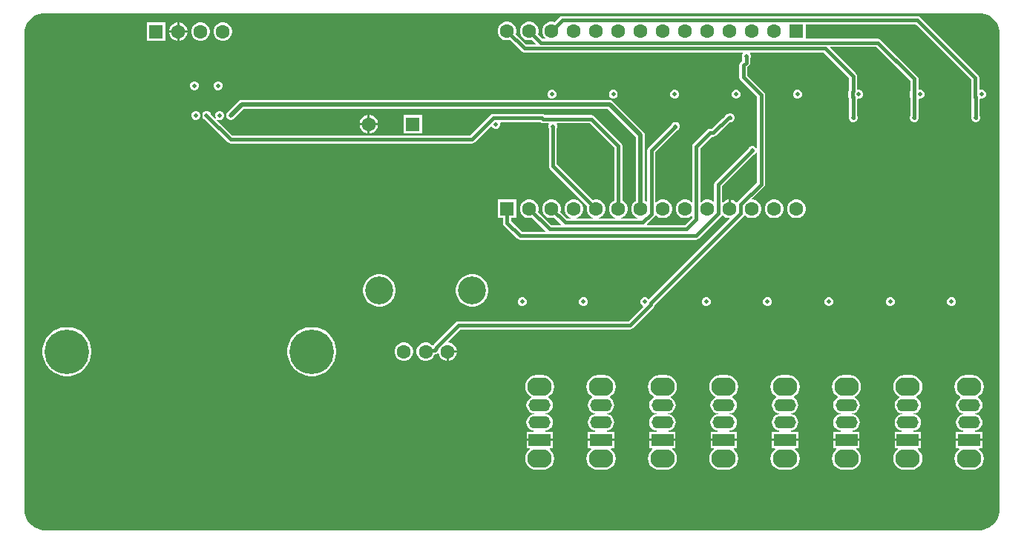
<source format=gbl>
G04*
G04 #@! TF.GenerationSoftware,Altium Limited,Altium Designer,22.7.1 (60)*
G04*
G04 Layer_Physical_Order=4*
G04 Layer_Color=16711680*
%FSLAX25Y25*%
%MOIN*%
G70*
G04*
G04 #@! TF.SameCoordinates,B4DE3396-8346-461D-A6ED-AD7C64C63353*
G04*
G04*
G04 #@! TF.FilePolarity,Positive*
G04*
G01*
G75*
%ADD13C,0.01968*%
%ADD33C,0.01575*%
%ADD34C,0.20000*%
%ADD35O,0.11024X0.08268*%
%ADD36O,0.09843X0.05512*%
%ADD37R,0.09843X0.05512*%
%ADD38C,0.12598*%
%ADD39C,0.06299*%
%ADD40R,0.06299X0.06299*%
%ADD41R,0.06299X0.06299*%
%ADD42C,0.01968*%
G36*
X558431Y451206D02*
X560105Y450513D01*
X561611Y449506D01*
X562892Y448225D01*
X563899Y446719D01*
X564592Y445045D01*
X564945Y443268D01*
Y442362D01*
X564945Y228110D01*
X564945Y227204D01*
X564592Y225428D01*
X563899Y223754D01*
X562892Y222247D01*
X561611Y220966D01*
X560105Y219960D01*
X558431Y219267D01*
X556654Y218913D01*
X555748Y218913D01*
X152756Y218913D01*
X135078D01*
X133301Y219266D01*
X131628Y219960D01*
X130121Y220966D01*
X128840Y222247D01*
X127834Y223754D01*
X127140Y225428D01*
X126787Y227204D01*
Y228110D01*
X126787Y442362D01*
Y443268D01*
X127140Y445045D01*
X127834Y446719D01*
X128840Y448225D01*
X130121Y449506D01*
X131628Y450513D01*
X133301Y451206D01*
X135078Y451559D01*
X135984Y451559D01*
X556654D01*
X558431Y451206D01*
D02*
G37*
%LPC*%
G36*
X527991Y450210D02*
X527990Y450210D01*
X368484D01*
X368484Y450210D01*
X367786Y450071D01*
X367195Y449676D01*
X367195Y449676D01*
X364902Y447383D01*
X364093Y447600D01*
X363000D01*
X361945Y447317D01*
X360999Y446771D01*
X360226Y445998D01*
X359680Y445052D01*
X359397Y443997D01*
Y442904D01*
X359680Y441849D01*
X360226Y440903D01*
X360676Y440452D01*
X360513Y440059D01*
X359516D01*
X357479Y442095D01*
X357696Y442904D01*
Y443997D01*
X357414Y445052D01*
X356867Y445998D01*
X356095Y446771D01*
X355148Y447317D01*
X354093Y447600D01*
X353000D01*
X351945Y447317D01*
X350999Y446771D01*
X350226Y445998D01*
X349680Y445052D01*
X349397Y443997D01*
Y442904D01*
X349680Y441849D01*
X350226Y440903D01*
X350999Y440130D01*
X351945Y439584D01*
X353000Y439301D01*
X354093D01*
X354902Y439518D01*
X356572Y437848D01*
X356421Y437484D01*
X352091D01*
X347479Y442095D01*
X347696Y442904D01*
Y443997D01*
X347413Y445052D01*
X346867Y445998D01*
X346095Y446771D01*
X345148Y447317D01*
X344093Y447600D01*
X343000D01*
X341945Y447317D01*
X340999Y446771D01*
X340226Y445998D01*
X339680Y445052D01*
X339397Y443997D01*
Y442904D01*
X339680Y441849D01*
X340226Y440903D01*
X340999Y440130D01*
X341945Y439584D01*
X343000Y439301D01*
X344093D01*
X344902Y439518D01*
X350047Y434373D01*
X350047Y434373D01*
X350638Y433978D01*
X351336Y433839D01*
X351336Y433839D01*
X449439D01*
X449590Y433475D01*
X449400Y433286D01*
X449098Y432557D01*
Y431767D01*
X449185Y431558D01*
Y429987D01*
X448515Y429317D01*
X448119Y428725D01*
X447981Y428028D01*
X447981Y428028D01*
Y422620D01*
X447981Y422620D01*
X448119Y421923D01*
X448515Y421332D01*
X455855Y413992D01*
Y390873D01*
X455461Y390794D01*
X455422Y390888D01*
X454864Y391446D01*
X454135Y391748D01*
X453345D01*
X452616Y391446D01*
X452058Y390888D01*
X451896Y390497D01*
X437195Y375796D01*
X436800Y375205D01*
X436661Y374507D01*
X436661Y374507D01*
Y366719D01*
X436298Y366568D01*
X436095Y366771D01*
X435148Y367317D01*
X434093Y367600D01*
X433000D01*
X431945Y367317D01*
X430999Y366771D01*
X430796Y366568D01*
X430432Y366719D01*
Y390830D01*
X435434Y395831D01*
X436219D01*
X436219Y395831D01*
X436916Y395970D01*
X437508Y396365D01*
X443686Y402543D01*
X444292D01*
X445022Y402845D01*
X445580Y403404D01*
X445882Y404133D01*
Y404922D01*
X445580Y405652D01*
X445022Y406210D01*
X444292Y406512D01*
X443503D01*
X442850Y406241D01*
X442320Y406136D01*
X441729Y405741D01*
X441729Y405741D01*
X435464Y399476D01*
X434679D01*
X434679Y399476D01*
X433981Y399337D01*
X433390Y398942D01*
X433390Y398942D01*
X427321Y392873D01*
X426926Y392282D01*
X426787Y391584D01*
X426787Y391584D01*
Y366593D01*
X426424Y366442D01*
X426095Y366771D01*
X425148Y367317D01*
X424093Y367600D01*
X423000D01*
X421945Y367317D01*
X420999Y366771D01*
X420226Y365998D01*
X419680Y365052D01*
X419397Y363997D01*
Y362904D01*
X419680Y361849D01*
X420226Y360903D01*
X420999Y360130D01*
X421945Y359584D01*
X423000Y359301D01*
X424093D01*
X425148Y359584D01*
X426095Y360130D01*
X426424Y360459D01*
X426787Y360308D01*
Y359483D01*
X423458Y356153D01*
X406489D01*
X406338Y356517D01*
X409772Y359951D01*
X409772Y359951D01*
X410112Y360460D01*
X410546Y360582D01*
X410999Y360130D01*
X411945Y359584D01*
X413000Y359301D01*
X414093D01*
X415148Y359584D01*
X416095Y360130D01*
X416867Y360903D01*
X417414Y361849D01*
X417696Y362904D01*
Y363997D01*
X417414Y365052D01*
X416867Y365998D01*
X416095Y366771D01*
X415148Y367317D01*
X414093Y367600D01*
X413000D01*
X411945Y367317D01*
X410999Y366771D01*
X410651Y366423D01*
X410287Y366574D01*
Y389009D01*
X420025Y398747D01*
X420415Y398908D01*
X420973Y399467D01*
X421276Y400196D01*
Y400985D01*
X420973Y401715D01*
X420415Y402273D01*
X419686Y402575D01*
X418897D01*
X418167Y402273D01*
X417609Y401715D01*
X417447Y401324D01*
X407176Y391052D01*
X406781Y390461D01*
X406642Y389764D01*
X406642Y389764D01*
Y366738D01*
X406278Y366587D01*
X406095Y366771D01*
X405570Y367074D01*
Y396650D01*
X405416Y397424D01*
X404977Y398081D01*
X391179Y411879D01*
X390522Y412318D01*
X389748Y412472D01*
X224425D01*
X223651Y412318D01*
X222995Y411879D01*
X218058Y406942D01*
X217947Y406777D01*
X217806Y406636D01*
X217730Y406452D01*
X217619Y406286D01*
X217580Y406091D01*
X217504Y405906D01*
Y405707D01*
X217465Y405512D01*
X217504Y405316D01*
Y405117D01*
X217580Y404933D01*
X217619Y404738D01*
X217730Y404572D01*
X217806Y404388D01*
X217947Y404247D01*
X218058Y404081D01*
X218223Y403971D01*
X218364Y403830D01*
X218548Y403753D01*
X218714Y403643D01*
X218909Y403604D01*
X219093Y403528D01*
X219293D01*
X219488Y403489D01*
X219684Y403528D01*
X219883D01*
X220067Y403604D01*
X220262Y403643D01*
X220428Y403753D01*
X220612Y403830D01*
X220753Y403971D01*
X220919Y404081D01*
X225263Y408426D01*
X388910D01*
X401523Y395812D01*
Y367074D01*
X400999Y366771D01*
X400226Y365998D01*
X399680Y365052D01*
X399397Y363997D01*
Y362904D01*
X399680Y361849D01*
X400226Y360903D01*
X400999Y360130D01*
X401945Y359584D01*
X402258Y359500D01*
X402207Y359106D01*
X394887D01*
X394835Y359500D01*
X395148Y359584D01*
X396095Y360130D01*
X396867Y360903D01*
X397413Y361849D01*
X397696Y362904D01*
Y363997D01*
X397413Y365052D01*
X396867Y365998D01*
X396095Y366771D01*
X395369Y367190D01*
Y391886D01*
X395230Y392584D01*
X394835Y393175D01*
X394835Y393175D01*
X382846Y405164D01*
X382255Y405559D01*
X381558Y405698D01*
X381558Y405698D01*
X360456D01*
X359958Y406030D01*
X359261Y406169D01*
X359261Y406169D01*
X337435D01*
X337435Y406169D01*
X336737Y406030D01*
X336146Y405635D01*
X336146Y405635D01*
X327018Y396508D01*
X220243D01*
X213224Y403527D01*
X213443Y403830D01*
X214172Y403528D01*
X214962D01*
X215691Y403830D01*
X216249Y404388D01*
X216551Y405117D01*
Y405906D01*
X216249Y406636D01*
X215691Y407194D01*
X214962Y407496D01*
X214172D01*
X213443Y407194D01*
X212885Y406636D01*
X212583Y405906D01*
Y405117D01*
X212885Y404388D01*
X212582Y404169D01*
X210505Y406245D01*
X210344Y406636D01*
X209785Y407194D01*
X209056Y407496D01*
X208267D01*
X207537Y407194D01*
X206979Y406636D01*
X206677Y405906D01*
Y405117D01*
X206979Y404388D01*
X207537Y403830D01*
X207928Y403668D01*
X218199Y393396D01*
X218199Y393396D01*
X218791Y393001D01*
X219488Y392863D01*
X327773D01*
X327773Y392863D01*
X328471Y393001D01*
X329062Y393396D01*
X336420Y400755D01*
X336806Y400678D01*
X336900Y400451D01*
X337459Y399893D01*
X338188Y399590D01*
X338977D01*
X339707Y399893D01*
X340265Y400451D01*
X340567Y401180D01*
Y401969D01*
X340473Y402197D01*
X340692Y402524D01*
X358537D01*
X359034Y402192D01*
X359732Y402053D01*
X362315D01*
X362468Y401659D01*
X362189Y400985D01*
Y400196D01*
X362351Y399805D01*
Y382824D01*
X362351Y382824D01*
X362490Y382126D01*
X362885Y381535D01*
X379614Y364806D01*
X379397Y363997D01*
Y362904D01*
X379680Y361849D01*
X380226Y360903D01*
X380999Y360130D01*
X381945Y359584D01*
X382258Y359500D01*
X382207Y359106D01*
X374887D01*
X374835Y359500D01*
X375148Y359584D01*
X376095Y360130D01*
X376867Y360903D01*
X377414Y361849D01*
X377696Y362904D01*
Y363997D01*
X377414Y365052D01*
X376867Y365998D01*
X376095Y366771D01*
X375148Y367317D01*
X374093Y367600D01*
X373000D01*
X371945Y367317D01*
X370999Y366771D01*
X370226Y365998D01*
X369680Y365052D01*
X369397Y363997D01*
Y362904D01*
X369680Y361849D01*
X370226Y360903D01*
X370999Y360130D01*
X371945Y359584D01*
X372258Y359500D01*
X372207Y359106D01*
X370468D01*
X367479Y362095D01*
X367696Y362904D01*
Y363997D01*
X367413Y365052D01*
X366867Y365998D01*
X366095Y366771D01*
X365148Y367317D01*
X364093Y367600D01*
X363000D01*
X361945Y367317D01*
X360999Y366771D01*
X360226Y365998D01*
X359680Y365052D01*
X359397Y363997D01*
Y362904D01*
X359680Y361849D01*
X360226Y360903D01*
X360999Y360130D01*
X361945Y359584D01*
X363000Y359301D01*
X364093D01*
X364902Y359518D01*
X367903Y356517D01*
X367752Y356153D01*
X363421D01*
X357479Y362095D01*
X357696Y362904D01*
Y363997D01*
X357414Y365052D01*
X356867Y365998D01*
X356095Y366771D01*
X355148Y367317D01*
X354093Y367600D01*
X353000D01*
X351945Y367317D01*
X350999Y366771D01*
X350226Y365998D01*
X349680Y365052D01*
X349397Y363997D01*
Y362904D01*
X349680Y361849D01*
X350226Y360903D01*
X350999Y360130D01*
X351945Y359584D01*
X353000Y359301D01*
X354093D01*
X354902Y359518D01*
X360856Y353564D01*
X360705Y353200D01*
X350164D01*
X345369Y357996D01*
Y359301D01*
X347696D01*
Y367600D01*
X339397D01*
Y359301D01*
X341724D01*
Y357241D01*
X341724Y357241D01*
X341863Y356543D01*
X342258Y355952D01*
X348121Y350089D01*
X348121Y350089D01*
X348712Y349694D01*
X349410Y349555D01*
X349410Y349555D01*
X428456D01*
X428456Y349555D01*
X429154Y349694D01*
X429745Y350089D01*
X439772Y360117D01*
X439772Y360117D01*
X440046Y360526D01*
X440501Y360607D01*
X440531Y360598D01*
X440999Y360130D01*
X441945Y359584D01*
X443000Y359301D01*
X443413D01*
X443564Y358937D01*
X407370Y322743D01*
X407194Y322778D01*
X406636Y323336D01*
X405906Y323638D01*
X405117D01*
X404388Y323336D01*
X403830Y322778D01*
X403528Y322048D01*
Y321259D01*
X403830Y320530D01*
X404388Y319971D01*
X404615Y319877D01*
X404692Y319491D01*
X398093Y312892D01*
X321804D01*
X321804Y312892D01*
X321107Y312753D01*
X320516Y312358D01*
X310703Y302546D01*
X310493Y302231D01*
X309986Y302181D01*
X309634Y302533D01*
X308688Y303079D01*
X307633Y303362D01*
X306540D01*
X305485Y303079D01*
X304539Y302533D01*
X303766Y301761D01*
X303220Y300814D01*
X302937Y299759D01*
Y298666D01*
X303220Y297611D01*
X303766Y296665D01*
X304539Y295892D01*
X305485Y295346D01*
X306540Y295063D01*
X307633D01*
X308688Y295346D01*
X309634Y295892D01*
X310407Y296665D01*
X310953Y297611D01*
X311072Y298053D01*
X311767Y298191D01*
X312358Y298586D01*
X312409Y298637D01*
X312825Y298496D01*
X313062Y297611D01*
X313609Y296665D01*
X314381Y295892D01*
X315327Y295346D01*
X316383Y295063D01*
X316429D01*
Y299213D01*
X316929D01*
Y299713D01*
X321079D01*
Y299759D01*
X320796Y300814D01*
X320250Y301761D01*
X319477Y302533D01*
X318531Y303079D01*
X317475Y303362D01*
X317189D01*
X317038Y303726D01*
X322559Y309247D01*
X398848D01*
X398848Y309247D01*
X399545Y309386D01*
X400136Y309781D01*
X409572Y319217D01*
X409572Y319217D01*
X409967Y319808D01*
X410061Y320279D01*
X449898Y360117D01*
X450121Y360451D01*
X450624Y360505D01*
X450999Y360130D01*
X451945Y359584D01*
X453000Y359301D01*
X454093D01*
X455148Y359584D01*
X456095Y360130D01*
X456867Y360903D01*
X457413Y361849D01*
X457696Y362904D01*
Y363997D01*
X457413Y365052D01*
X456867Y365998D01*
X456095Y366771D01*
X455148Y367317D01*
X454093Y367600D01*
X453806D01*
X453655Y367964D01*
X458966Y373274D01*
X459361Y373866D01*
X459500Y374563D01*
X459500Y374563D01*
Y414746D01*
X459500Y414747D01*
X459361Y415444D01*
X458966Y416035D01*
X458966Y416035D01*
X451626Y423375D01*
Y427273D01*
X452296Y427944D01*
X452296Y427944D01*
X452691Y428535D01*
X452830Y429232D01*
X452830Y429232D01*
Y431195D01*
X453067Y431767D01*
Y432557D01*
X452765Y433286D01*
X452575Y433475D01*
X452726Y433839D01*
X485828D01*
X497193Y422473D01*
Y416917D01*
X497119Y416806D01*
X496981Y416109D01*
X496981Y416109D01*
Y413813D01*
X496981Y413813D01*
X497119Y413115D01*
X497193Y413005D01*
Y405313D01*
X497031Y404922D01*
Y404133D01*
X497334Y403404D01*
X497892Y402845D01*
X498621Y402543D01*
X499410D01*
X500140Y402845D01*
X500698Y403404D01*
X501000Y404133D01*
Y404922D01*
X500838Y405313D01*
Y412764D01*
X501165Y412982D01*
X501180Y412976D01*
X501969D01*
X502699Y413278D01*
X503257Y413837D01*
X503559Y414566D01*
Y415355D01*
X503257Y416085D01*
X502699Y416643D01*
X501969Y416945D01*
X501180D01*
X501165Y416939D01*
X500838Y417158D01*
Y423228D01*
X500838Y423228D01*
X500699Y423926D01*
X500304Y424517D01*
X500304Y424517D01*
X488771Y436050D01*
X488922Y436414D01*
X509520D01*
X524752Y421181D01*
Y416917D01*
X524679Y416806D01*
X524540Y416109D01*
X524540Y416109D01*
Y413813D01*
X524540Y413813D01*
X524679Y413115D01*
X524752Y413005D01*
Y405313D01*
X524590Y404922D01*
Y404133D01*
X524893Y403404D01*
X525451Y402845D01*
X526180Y402543D01*
X526969D01*
X527699Y402845D01*
X528257Y403404D01*
X528559Y404133D01*
Y404922D01*
X528397Y405313D01*
Y412764D01*
X528725Y412982D01*
X528739Y412976D01*
X529529D01*
X530258Y413278D01*
X530816Y413837D01*
X531118Y414566D01*
Y415355D01*
X530816Y416085D01*
X530258Y416643D01*
X529529Y416945D01*
X528739D01*
X528725Y416939D01*
X528397Y417158D01*
Y421936D01*
X528259Y422634D01*
X527864Y423225D01*
X527863Y423225D01*
X511563Y439525D01*
X510972Y439920D01*
X510275Y440059D01*
X510275Y440059D01*
X477696D01*
Y446565D01*
X527236D01*
X552099Y421702D01*
Y413813D01*
X552099Y413813D01*
X552238Y413115D01*
X552311Y413005D01*
Y405313D01*
X552150Y404922D01*
Y404133D01*
X552452Y403404D01*
X553010Y402845D01*
X553739Y402543D01*
X554529D01*
X555258Y402845D01*
X555816Y403404D01*
X556118Y404133D01*
Y404922D01*
X555956Y405313D01*
Y412764D01*
X556284Y412982D01*
X556298Y412976D01*
X557088D01*
X557817Y413278D01*
X558375Y413837D01*
X558677Y414566D01*
Y415355D01*
X558375Y416085D01*
X557817Y416643D01*
X557088Y416945D01*
X556298D01*
X556071Y416851D01*
X555744Y417069D01*
Y422457D01*
X555744Y422457D01*
X555605Y423154D01*
X555210Y423745D01*
X555210Y423745D01*
X529279Y449676D01*
X528688Y450071D01*
X527991Y450210D01*
D02*
G37*
G36*
X196452Y447362D02*
X196405D01*
Y443713D01*
X200055D01*
Y443759D01*
X199772Y444814D01*
X199226Y445760D01*
X198453Y446533D01*
X197507Y447079D01*
X196452Y447362D01*
D02*
G37*
G36*
X195405D02*
X195359D01*
X194304Y447079D01*
X193358Y446533D01*
X192585Y445760D01*
X192039Y444814D01*
X191756Y443759D01*
Y443713D01*
X195405D01*
Y447362D01*
D02*
G37*
G36*
X216452D02*
X215359D01*
X214304Y447079D01*
X213358Y446533D01*
X212585Y445760D01*
X212039Y444814D01*
X211756Y443759D01*
Y442666D01*
X212039Y441611D01*
X212585Y440665D01*
X213358Y439892D01*
X214304Y439346D01*
X215359Y439063D01*
X216452D01*
X217507Y439346D01*
X218453Y439892D01*
X219226Y440665D01*
X219772Y441611D01*
X220055Y442666D01*
Y443759D01*
X219772Y444814D01*
X219226Y445760D01*
X218453Y446533D01*
X217507Y447079D01*
X216452Y447362D01*
D02*
G37*
G36*
X206452D02*
X205359D01*
X204304Y447079D01*
X203358Y446533D01*
X202585Y445760D01*
X202039Y444814D01*
X201756Y443759D01*
Y442666D01*
X202039Y441611D01*
X202585Y440665D01*
X203358Y439892D01*
X204304Y439346D01*
X205359Y439063D01*
X206452D01*
X207507Y439346D01*
X208453Y439892D01*
X209226Y440665D01*
X209772Y441611D01*
X210055Y442666D01*
Y443759D01*
X209772Y444814D01*
X209226Y445760D01*
X208453Y446533D01*
X207507Y447079D01*
X206452Y447362D01*
D02*
G37*
G36*
X200055Y442713D02*
X196405D01*
Y439063D01*
X196452D01*
X197507Y439346D01*
X198453Y439892D01*
X199226Y440665D01*
X199772Y441611D01*
X200055Y442666D01*
Y442713D01*
D02*
G37*
G36*
X195405D02*
X191756D01*
Y442666D01*
X192039Y441611D01*
X192585Y440665D01*
X193358Y439892D01*
X194304Y439346D01*
X195359Y439063D01*
X195405D01*
Y442713D01*
D02*
G37*
G36*
X190055Y447362D02*
X181756D01*
Y439063D01*
X190055D01*
Y447362D01*
D02*
G37*
G36*
X214174Y420882D02*
X213385D01*
X212655Y420580D01*
X212097Y420022D01*
X211795Y419292D01*
Y418503D01*
X212097Y417774D01*
X212655Y417215D01*
X213385Y416913D01*
X214174D01*
X214903Y417215D01*
X215462Y417774D01*
X215764Y418503D01*
Y419292D01*
X215462Y420022D01*
X214903Y420580D01*
X214174Y420882D01*
D02*
G37*
G36*
X203544D02*
X202755D01*
X202026Y420580D01*
X201467Y420022D01*
X201165Y419292D01*
Y418503D01*
X201467Y417774D01*
X202026Y417215D01*
X202755Y416913D01*
X203544D01*
X204274Y417215D01*
X204832Y417774D01*
X205134Y418503D01*
Y419292D01*
X204832Y420022D01*
X204274Y420580D01*
X203544Y420882D01*
D02*
G37*
G36*
X474410Y416945D02*
X473621D01*
X472892Y416643D01*
X472334Y416085D01*
X472031Y415355D01*
Y414566D01*
X472334Y413837D01*
X472892Y413278D01*
X473621Y412976D01*
X474410D01*
X475140Y413278D01*
X475698Y413837D01*
X476000Y414566D01*
Y415355D01*
X475698Y416085D01*
X475140Y416643D01*
X474410Y416945D01*
D02*
G37*
G36*
X446851D02*
X446062D01*
X445333Y416643D01*
X444774Y416085D01*
X444472Y415355D01*
Y414566D01*
X444774Y413837D01*
X445333Y413278D01*
X446062Y412976D01*
X446851D01*
X447581Y413278D01*
X448139Y413837D01*
X448441Y414566D01*
Y415355D01*
X448139Y416085D01*
X447581Y416643D01*
X446851Y416945D01*
D02*
G37*
G36*
X419292D02*
X418503D01*
X417774Y416643D01*
X417215Y416085D01*
X416913Y415355D01*
Y414566D01*
X417215Y413837D01*
X417774Y413278D01*
X418503Y412976D01*
X419292D01*
X420022Y413278D01*
X420580Y413837D01*
X420882Y414566D01*
Y415355D01*
X420580Y416085D01*
X420022Y416643D01*
X419292Y416945D01*
D02*
G37*
G36*
X391733D02*
X390944D01*
X390215Y416643D01*
X389656Y416085D01*
X389354Y415355D01*
Y414566D01*
X389656Y413837D01*
X390215Y413278D01*
X390944Y412976D01*
X391733D01*
X392463Y413278D01*
X393021Y413837D01*
X393323Y414566D01*
Y415355D01*
X393021Y416085D01*
X392463Y416643D01*
X391733Y416945D01*
D02*
G37*
G36*
X364174D02*
X363385D01*
X362655Y416643D01*
X362097Y416085D01*
X361795Y415355D01*
Y414566D01*
X362097Y413837D01*
X362655Y413278D01*
X363385Y412976D01*
X364174D01*
X364903Y413278D01*
X365462Y413837D01*
X365764Y414566D01*
Y415355D01*
X365462Y416085D01*
X364903Y416643D01*
X364174Y416945D01*
D02*
G37*
G36*
X204135Y407496D02*
X203345D01*
X202616Y407194D01*
X202058Y406636D01*
X201756Y405906D01*
Y405117D01*
X202058Y404388D01*
X202616Y403830D01*
X203345Y403528D01*
X204135D01*
X204864Y403830D01*
X205422Y404388D01*
X205724Y405117D01*
Y405906D01*
X205422Y406636D01*
X204864Y407194D01*
X204135Y407496D01*
D02*
G37*
G36*
X282042Y405724D02*
X281996D01*
Y402075D01*
X285646D01*
Y402121D01*
X285363Y403176D01*
X284817Y404123D01*
X284044Y404895D01*
X283098Y405442D01*
X282042Y405724D01*
D02*
G37*
G36*
X280996D02*
X280950D01*
X279894Y405442D01*
X278948Y404895D01*
X278176Y404123D01*
X277629Y403176D01*
X277346Y402121D01*
Y402075D01*
X280996D01*
Y405724D01*
D02*
G37*
G36*
X305331D02*
X297031D01*
Y397425D01*
X305331D01*
Y405724D01*
D02*
G37*
G36*
X285646Y401075D02*
X281996D01*
Y397425D01*
X282042D01*
X283098Y397708D01*
X284044Y398254D01*
X284817Y399027D01*
X285363Y399973D01*
X285646Y401028D01*
Y401075D01*
D02*
G37*
G36*
X280996D02*
X277346D01*
Y401028D01*
X277629Y399973D01*
X278176Y399027D01*
X278948Y398254D01*
X279894Y397708D01*
X280950Y397425D01*
X280996D01*
Y401075D01*
D02*
G37*
G36*
X474093Y367600D02*
X473000D01*
X471945Y367317D01*
X470999Y366771D01*
X470226Y365998D01*
X469680Y365052D01*
X469397Y363997D01*
Y362904D01*
X469680Y361849D01*
X470226Y360903D01*
X470999Y360130D01*
X471945Y359584D01*
X473000Y359301D01*
X474093D01*
X475148Y359584D01*
X476095Y360130D01*
X476867Y360903D01*
X477414Y361849D01*
X477696Y362904D01*
Y363997D01*
X477414Y365052D01*
X476867Y365998D01*
X476095Y366771D01*
X475148Y367317D01*
X474093Y367600D01*
D02*
G37*
G36*
X464093D02*
X463000D01*
X461945Y367317D01*
X460999Y366771D01*
X460226Y365998D01*
X459680Y365052D01*
X459397Y363997D01*
Y362904D01*
X459680Y361849D01*
X460226Y360903D01*
X460999Y360130D01*
X461945Y359584D01*
X463000Y359301D01*
X464093D01*
X465148Y359584D01*
X466095Y360130D01*
X466867Y360903D01*
X467414Y361849D01*
X467696Y362904D01*
Y363997D01*
X467414Y365052D01*
X466867Y365998D01*
X466095Y366771D01*
X465148Y367317D01*
X464093Y367600D01*
D02*
G37*
G36*
X543702Y323638D02*
X542912D01*
X542183Y323336D01*
X541625Y322778D01*
X541323Y322048D01*
Y321259D01*
X541625Y320530D01*
X542183Y319971D01*
X542912Y319669D01*
X543702D01*
X544431Y319971D01*
X544989Y320530D01*
X545291Y321259D01*
Y322048D01*
X544989Y322778D01*
X544431Y323336D01*
X543702Y323638D01*
D02*
G37*
G36*
X516143D02*
X515353D01*
X514624Y323336D01*
X514066Y322778D01*
X513764Y322048D01*
Y321259D01*
X514066Y320530D01*
X514624Y319971D01*
X515353Y319669D01*
X516143D01*
X516872Y319971D01*
X517430Y320530D01*
X517732Y321259D01*
Y322048D01*
X517430Y322778D01*
X516872Y323336D01*
X516143Y323638D01*
D02*
G37*
G36*
X488584D02*
X487794D01*
X487065Y323336D01*
X486507Y322778D01*
X486205Y322048D01*
Y321259D01*
X486507Y320530D01*
X487065Y319971D01*
X487794Y319669D01*
X488584D01*
X489313Y319971D01*
X489871Y320530D01*
X490173Y321259D01*
Y322048D01*
X489871Y322778D01*
X489313Y323336D01*
X488584Y323638D01*
D02*
G37*
G36*
X461025D02*
X460235D01*
X459506Y323336D01*
X458948Y322778D01*
X458646Y322048D01*
Y321259D01*
X458948Y320530D01*
X459506Y319971D01*
X460235Y319669D01*
X461025D01*
X461754Y319971D01*
X462312Y320530D01*
X462614Y321259D01*
Y322048D01*
X462312Y322778D01*
X461754Y323336D01*
X461025Y323638D01*
D02*
G37*
G36*
X433466D02*
X432676D01*
X431947Y323336D01*
X431389Y322778D01*
X431087Y322048D01*
Y321259D01*
X431389Y320530D01*
X431947Y319971D01*
X432676Y319669D01*
X433466D01*
X434195Y319971D01*
X434753Y320530D01*
X435055Y321259D01*
Y322048D01*
X434753Y322778D01*
X434195Y323336D01*
X433466Y323638D01*
D02*
G37*
G36*
X378347D02*
X377558D01*
X376829Y323336D01*
X376271Y322778D01*
X375969Y322048D01*
Y321259D01*
X376271Y320530D01*
X376829Y319971D01*
X377558Y319669D01*
X378347D01*
X379077Y319971D01*
X379635Y320530D01*
X379937Y321259D01*
Y322048D01*
X379635Y322778D01*
X379077Y323336D01*
X378347Y323638D01*
D02*
G37*
G36*
X350788D02*
X349999D01*
X349270Y323336D01*
X348711Y322778D01*
X348410Y322048D01*
Y321259D01*
X348711Y320530D01*
X349270Y319971D01*
X349999Y319669D01*
X350788D01*
X351518Y319971D01*
X352076Y320530D01*
X352378Y321259D01*
Y322048D01*
X352076Y322778D01*
X351518Y323336D01*
X350788Y323638D01*
D02*
G37*
G36*
X328672Y334071D02*
X327234D01*
X325824Y333790D01*
X324495Y333240D01*
X323300Y332441D01*
X322283Y331425D01*
X321484Y330229D01*
X320934Y328901D01*
X320654Y327491D01*
Y326053D01*
X320934Y324642D01*
X321484Y323314D01*
X322283Y322119D01*
X323300Y321102D01*
X324495Y320303D01*
X325824Y319753D01*
X327234Y319472D01*
X328672D01*
X330082Y319753D01*
X331410Y320303D01*
X332606Y321102D01*
X333622Y322119D01*
X334421Y323314D01*
X334971Y324642D01*
X335252Y326053D01*
Y327491D01*
X334971Y328901D01*
X334421Y330229D01*
X333622Y331425D01*
X332606Y332441D01*
X331410Y333240D01*
X330082Y333790D01*
X328672Y334071D01*
D02*
G37*
G36*
X286939D02*
X285502D01*
X284091Y333790D01*
X282763Y333240D01*
X281568Y332441D01*
X280551Y331425D01*
X279752Y330229D01*
X279202Y328901D01*
X278921Y327491D01*
Y326053D01*
X279202Y324642D01*
X279752Y323314D01*
X280551Y322119D01*
X281568Y321102D01*
X282763Y320303D01*
X284091Y319753D01*
X285502Y319472D01*
X286939D01*
X288350Y319753D01*
X289678Y320303D01*
X290874Y321102D01*
X291890Y322119D01*
X292689Y323314D01*
X293239Y324642D01*
X293520Y326053D01*
Y327491D01*
X293239Y328901D01*
X292689Y330229D01*
X291890Y331425D01*
X290874Y332441D01*
X289678Y333240D01*
X288350Y333790D01*
X286939Y334071D01*
D02*
G37*
G36*
X321079Y298713D02*
X317429D01*
Y295063D01*
X317475D01*
X318531Y295346D01*
X319477Y295892D01*
X320250Y296665D01*
X320796Y297611D01*
X321079Y298666D01*
Y298713D01*
D02*
G37*
G36*
X297790Y303362D02*
X296698D01*
X295642Y303079D01*
X294696Y302533D01*
X293924Y301761D01*
X293377Y300814D01*
X293094Y299759D01*
Y298666D01*
X293377Y297611D01*
X293924Y296665D01*
X294696Y295892D01*
X295642Y295346D01*
X296698Y295063D01*
X297790D01*
X298846Y295346D01*
X299792Y295892D01*
X300565Y296665D01*
X301111Y297611D01*
X301394Y298666D01*
Y299759D01*
X301111Y300814D01*
X300565Y301761D01*
X299792Y302533D01*
X298846Y303079D01*
X297790Y303362D01*
D02*
G37*
G36*
X256771Y310213D02*
X255040D01*
X253330Y309942D01*
X251683Y309407D01*
X250140Y308621D01*
X248740Y307603D01*
X247515Y306379D01*
X246498Y304978D01*
X245711Y303435D01*
X245176Y301788D01*
X244905Y300078D01*
Y298347D01*
X245176Y296637D01*
X245711Y294990D01*
X246498Y293447D01*
X247515Y292047D01*
X248740Y290822D01*
X250140Y289805D01*
X251683Y289019D01*
X253330Y288484D01*
X255040Y288213D01*
X256771D01*
X258481Y288484D01*
X260128Y289019D01*
X261671Y289805D01*
X263071Y290822D01*
X264296Y292047D01*
X265314Y293447D01*
X266100Y294990D01*
X266635Y296637D01*
X266905Y298347D01*
Y300078D01*
X266635Y301788D01*
X266100Y303435D01*
X265314Y304978D01*
X264296Y306379D01*
X263071Y307603D01*
X261671Y308621D01*
X260128Y309407D01*
X258481Y309942D01*
X256771Y310213D01*
D02*
G37*
G36*
X146771D02*
X145040D01*
X143330Y309942D01*
X141683Y309407D01*
X140140Y308621D01*
X138740Y307603D01*
X137515Y306379D01*
X136497Y304978D01*
X135711Y303435D01*
X135176Y301788D01*
X134906Y300078D01*
Y298347D01*
X135176Y296637D01*
X135711Y294990D01*
X136497Y293447D01*
X137515Y292047D01*
X138740Y290822D01*
X140140Y289805D01*
X141683Y289019D01*
X143330Y288484D01*
X145040Y288213D01*
X146771D01*
X148481Y288484D01*
X150128Y289019D01*
X151671Y289805D01*
X153071Y290822D01*
X154296Y292047D01*
X155314Y293447D01*
X156100Y294990D01*
X156635Y296637D01*
X156905Y298347D01*
Y300078D01*
X156635Y301788D01*
X156100Y303435D01*
X155314Y304978D01*
X154296Y306379D01*
X153071Y307603D01*
X151671Y308621D01*
X150128Y309407D01*
X148481Y309942D01*
X146771Y310213D01*
D02*
G37*
G36*
X469882Y288643D02*
X467126D01*
X465786Y288466D01*
X464537Y287949D01*
X463464Y287126D01*
X462642Y286054D01*
X462124Y284805D01*
X461948Y283465D01*
X462124Y282124D01*
X462642Y280875D01*
X463464Y279803D01*
X464537Y278980D01*
X464622Y278945D01*
X464622Y278551D01*
X464444Y278478D01*
X463660Y277876D01*
X463058Y277091D01*
X462679Y276177D01*
X462550Y275197D01*
X462679Y274216D01*
X463058Y273303D01*
X463660Y272518D01*
X464444Y271916D01*
X465358Y271538D01*
X465960Y271458D01*
Y271061D01*
X465358Y270982D01*
X464444Y270604D01*
X463660Y270002D01*
X463058Y269217D01*
X462679Y268303D01*
X462550Y267323D01*
X462679Y266342D01*
X463058Y265429D01*
X463660Y264644D01*
X464444Y264042D01*
X465358Y263664D01*
X465853Y263598D01*
X465828Y263205D01*
X462583D01*
Y259949D01*
X468504D01*
X474425D01*
Y263205D01*
X471180D01*
X471155Y263598D01*
X471650Y263664D01*
X472564Y264042D01*
X473348Y264644D01*
X473950Y265429D01*
X474329Y266342D01*
X474458Y267323D01*
X474329Y268303D01*
X473950Y269217D01*
X473348Y270002D01*
X472564Y270604D01*
X471650Y270982D01*
X471048Y271061D01*
Y271458D01*
X471650Y271538D01*
X472564Y271916D01*
X473348Y272518D01*
X473950Y273303D01*
X474329Y274216D01*
X474458Y275197D01*
X474329Y276177D01*
X473950Y277091D01*
X473348Y277876D01*
X472564Y278478D01*
X472386Y278551D01*
X472386Y278945D01*
X472471Y278980D01*
X473543Y279803D01*
X474366Y280875D01*
X474884Y282124D01*
X475060Y283465D01*
X474884Y284805D01*
X474366Y286054D01*
X473543Y287126D01*
X472471Y287949D01*
X471222Y288466D01*
X469882Y288643D01*
D02*
G37*
G36*
X525000D02*
X522244D01*
X520904Y288466D01*
X519655Y287949D01*
X518583Y287126D01*
X517760Y286054D01*
X517242Y284805D01*
X517066Y283465D01*
X517242Y282124D01*
X517760Y280875D01*
X518583Y279803D01*
X519655Y278980D01*
X519740Y278945D01*
X519740Y278551D01*
X519562Y278478D01*
X518778Y277876D01*
X518176Y277091D01*
X517798Y276177D01*
X517668Y275197D01*
X517798Y274216D01*
X518176Y273303D01*
X518778Y272518D01*
X519562Y271916D01*
X520476Y271538D01*
X521078Y271458D01*
Y271061D01*
X520476Y270982D01*
X519562Y270604D01*
X518778Y270002D01*
X518176Y269217D01*
X517798Y268303D01*
X517668Y267323D01*
X517798Y266342D01*
X518176Y265429D01*
X518778Y264644D01*
X519562Y264042D01*
X520476Y263664D01*
X520971Y263598D01*
X520946Y263205D01*
X517701D01*
Y259949D01*
X523622D01*
X529543D01*
Y263205D01*
X526299D01*
X526273Y263598D01*
X526768Y263664D01*
X527682Y264042D01*
X528466Y264644D01*
X529068Y265429D01*
X529447Y266342D01*
X529576Y267323D01*
X529447Y268303D01*
X529068Y269217D01*
X528466Y270002D01*
X527682Y270604D01*
X526768Y270982D01*
X526166Y271061D01*
Y271458D01*
X526768Y271538D01*
X527682Y271916D01*
X528466Y272518D01*
X529068Y273303D01*
X529447Y274216D01*
X529576Y275197D01*
X529447Y276177D01*
X529068Y277091D01*
X528466Y277876D01*
X527682Y278478D01*
X527504Y278551D01*
X527504Y278945D01*
X527589Y278980D01*
X528661Y279803D01*
X529484Y280875D01*
X530002Y282124D01*
X530178Y283465D01*
X530002Y284805D01*
X529484Y286054D01*
X528661Y287126D01*
X527589Y287949D01*
X526340Y288466D01*
X525000Y288643D01*
D02*
G37*
G36*
X387205D02*
X384449D01*
X383109Y288466D01*
X381860Y287949D01*
X380787Y287126D01*
X379964Y286054D01*
X379447Y284805D01*
X379271Y283465D01*
X379447Y282124D01*
X379964Y280875D01*
X380787Y279803D01*
X381860Y278980D01*
X381945Y278945D01*
X381945Y278551D01*
X381767Y278478D01*
X380983Y277876D01*
X380381Y277091D01*
X380002Y276177D01*
X379873Y275197D01*
X380002Y274216D01*
X380381Y273303D01*
X380983Y272518D01*
X381767Y271916D01*
X382681Y271538D01*
X383283Y271458D01*
Y271061D01*
X382681Y270982D01*
X381767Y270604D01*
X380983Y270002D01*
X380381Y269217D01*
X380002Y268303D01*
X379873Y267323D01*
X380002Y266342D01*
X380381Y265429D01*
X380983Y264644D01*
X381767Y264042D01*
X382681Y263664D01*
X383176Y263598D01*
X383150Y263205D01*
X379906D01*
Y259949D01*
X385827D01*
X391748D01*
Y263205D01*
X388503D01*
X388477Y263598D01*
X388973Y263664D01*
X389886Y264042D01*
X390671Y264644D01*
X391273Y265429D01*
X391651Y266342D01*
X391780Y267323D01*
X391651Y268303D01*
X391273Y269217D01*
X390671Y270002D01*
X389886Y270604D01*
X388973Y270982D01*
X388371Y271061D01*
Y271458D01*
X388973Y271538D01*
X389886Y271916D01*
X390671Y272518D01*
X391273Y273303D01*
X391651Y274216D01*
X391780Y275197D01*
X391651Y276177D01*
X391273Y277091D01*
X390671Y277876D01*
X389886Y278478D01*
X389709Y278551D01*
X389709Y278945D01*
X389794Y278980D01*
X390866Y279803D01*
X391689Y280875D01*
X392206Y282124D01*
X392383Y283465D01*
X392206Y284805D01*
X391689Y286054D01*
X390866Y287126D01*
X389794Y287949D01*
X388545Y288466D01*
X387205Y288643D01*
D02*
G37*
G36*
X442323D02*
X439567D01*
X438227Y288466D01*
X436978Y287949D01*
X435905Y287126D01*
X435082Y286054D01*
X434565Y284805D01*
X434389Y283465D01*
X434565Y282124D01*
X435082Y280875D01*
X435905Y279803D01*
X436978Y278980D01*
X437063Y278945D01*
X437063Y278551D01*
X436885Y278478D01*
X436101Y277876D01*
X435499Y277091D01*
X435120Y276177D01*
X434991Y275197D01*
X435120Y274216D01*
X435499Y273303D01*
X436101Y272518D01*
X436885Y271916D01*
X437799Y271538D01*
X438401Y271458D01*
Y271061D01*
X437799Y270982D01*
X436885Y270604D01*
X436101Y270002D01*
X435499Y269217D01*
X435120Y268303D01*
X434991Y267323D01*
X435120Y266342D01*
X435499Y265429D01*
X436101Y264644D01*
X436885Y264042D01*
X437799Y263664D01*
X438294Y263598D01*
X438268Y263205D01*
X435024D01*
Y259949D01*
X440945D01*
X446866D01*
Y263205D01*
X443621D01*
X443596Y263598D01*
X444091Y263664D01*
X445004Y264042D01*
X445789Y264644D01*
X446391Y265429D01*
X446770Y266342D01*
X446899Y267323D01*
X446770Y268303D01*
X446391Y269217D01*
X445789Y270002D01*
X445004Y270604D01*
X444091Y270982D01*
X443489Y271061D01*
Y271458D01*
X444091Y271538D01*
X445004Y271916D01*
X445789Y272518D01*
X446391Y273303D01*
X446770Y274216D01*
X446899Y275197D01*
X446770Y276177D01*
X446391Y277091D01*
X445789Y277876D01*
X445004Y278478D01*
X444827Y278551D01*
X444827Y278945D01*
X444912Y278980D01*
X445984Y279803D01*
X446807Y280875D01*
X447325Y282124D01*
X447501Y283465D01*
X447325Y284805D01*
X446807Y286054D01*
X445984Y287126D01*
X444912Y287949D01*
X443663Y288466D01*
X442323Y288643D01*
D02*
G37*
G36*
X359646D02*
X356890D01*
X355550Y288466D01*
X354301Y287949D01*
X353228Y287126D01*
X352405Y286054D01*
X351888Y284805D01*
X351712Y283465D01*
X351888Y282124D01*
X352405Y280875D01*
X353228Y279803D01*
X354301Y278980D01*
X354386Y278945D01*
X354386Y278551D01*
X354208Y278478D01*
X353424Y277876D01*
X352822Y277091D01*
X352443Y276177D01*
X352314Y275197D01*
X352443Y274216D01*
X352822Y273303D01*
X353424Y272518D01*
X354208Y271916D01*
X355122Y271538D01*
X355724Y271458D01*
Y271061D01*
X355122Y270982D01*
X354208Y270604D01*
X353424Y270002D01*
X352822Y269217D01*
X352443Y268303D01*
X352314Y267323D01*
X352443Y266342D01*
X352822Y265429D01*
X353424Y264644D01*
X354208Y264042D01*
X355122Y263664D01*
X355617Y263598D01*
X355591Y263205D01*
X352346D01*
Y259949D01*
X358268D01*
X364189D01*
Y263205D01*
X360944D01*
X360918Y263598D01*
X361414Y263664D01*
X362327Y264042D01*
X363112Y264644D01*
X363714Y265429D01*
X364092Y266342D01*
X364221Y267323D01*
X364092Y268303D01*
X363714Y269217D01*
X363112Y270002D01*
X362327Y270604D01*
X361414Y270982D01*
X360812Y271061D01*
Y271458D01*
X361414Y271538D01*
X362327Y271916D01*
X363112Y272518D01*
X363714Y273303D01*
X364092Y274216D01*
X364221Y275197D01*
X364092Y276177D01*
X363714Y277091D01*
X363112Y277876D01*
X362327Y278478D01*
X362150Y278551D01*
X362150Y278945D01*
X362235Y278980D01*
X363307Y279803D01*
X364130Y280875D01*
X364647Y282124D01*
X364824Y283465D01*
X364647Y284805D01*
X364130Y286054D01*
X363307Y287126D01*
X362235Y287949D01*
X360986Y288466D01*
X359646Y288643D01*
D02*
G37*
G36*
X497441D02*
X494685D01*
X493345Y288466D01*
X492096Y287949D01*
X491023Y287126D01*
X490201Y286054D01*
X489683Y284805D01*
X489507Y283465D01*
X489683Y282124D01*
X490201Y280875D01*
X491023Y279803D01*
X492096Y278980D01*
X492181Y278945D01*
X492181Y278551D01*
X492003Y278478D01*
X491219Y277876D01*
X490617Y277091D01*
X490238Y276177D01*
X490109Y275197D01*
X490238Y274216D01*
X490617Y273303D01*
X491219Y272518D01*
X492003Y271916D01*
X492917Y271538D01*
X493519Y271458D01*
Y271061D01*
X492917Y270982D01*
X492003Y270604D01*
X491219Y270002D01*
X490617Y269217D01*
X490238Y268303D01*
X490109Y267323D01*
X490238Y266342D01*
X490617Y265429D01*
X491219Y264644D01*
X492003Y264042D01*
X492917Y263664D01*
X493412Y263598D01*
X493387Y263205D01*
X490142D01*
Y259949D01*
X496063D01*
X501984D01*
Y263205D01*
X498739D01*
X498714Y263598D01*
X499209Y263664D01*
X500122Y264042D01*
X500907Y264644D01*
X501509Y265429D01*
X501888Y266342D01*
X502017Y267323D01*
X501888Y268303D01*
X501509Y269217D01*
X500907Y270002D01*
X500122Y270604D01*
X499209Y270982D01*
X498607Y271061D01*
Y271458D01*
X499209Y271538D01*
X500122Y271916D01*
X500907Y272518D01*
X501509Y273303D01*
X501888Y274216D01*
X502017Y275197D01*
X501888Y276177D01*
X501509Y277091D01*
X500907Y277876D01*
X500122Y278478D01*
X499945Y278551D01*
X499945Y278945D01*
X500030Y278980D01*
X501102Y279803D01*
X501925Y280875D01*
X502443Y282124D01*
X502619Y283465D01*
X502443Y284805D01*
X501925Y286054D01*
X501102Y287126D01*
X500030Y287949D01*
X498781Y288466D01*
X497441Y288643D01*
D02*
G37*
G36*
X414764D02*
X412008D01*
X410668Y288466D01*
X409419Y287949D01*
X408346Y287126D01*
X407523Y286054D01*
X407006Y284805D01*
X406830Y283465D01*
X407006Y282124D01*
X407523Y280875D01*
X408346Y279803D01*
X409419Y278980D01*
X409504Y278945D01*
X409504Y278551D01*
X409326Y278478D01*
X408542Y277876D01*
X407940Y277091D01*
X407561Y276177D01*
X407432Y275197D01*
X407561Y274216D01*
X407940Y273303D01*
X408542Y272518D01*
X409326Y271916D01*
X410240Y271538D01*
X410842Y271458D01*
Y271061D01*
X410240Y270982D01*
X409326Y270604D01*
X408542Y270002D01*
X407940Y269217D01*
X407561Y268303D01*
X407432Y267323D01*
X407561Y266342D01*
X407940Y265429D01*
X408542Y264644D01*
X409326Y264042D01*
X410240Y263664D01*
X410735Y263598D01*
X410709Y263205D01*
X407465D01*
Y259949D01*
X413386D01*
X419307D01*
Y263205D01*
X416062D01*
X416037Y263598D01*
X416532Y263664D01*
X417445Y264042D01*
X418230Y264644D01*
X418832Y265429D01*
X419210Y266342D01*
X419340Y267323D01*
X419210Y268303D01*
X418832Y269217D01*
X418230Y270002D01*
X417445Y270604D01*
X416532Y270982D01*
X415930Y271061D01*
Y271458D01*
X416532Y271538D01*
X417445Y271916D01*
X418230Y272518D01*
X418832Y273303D01*
X419210Y274216D01*
X419340Y275197D01*
X419210Y276177D01*
X418832Y277091D01*
X418230Y277876D01*
X417445Y278478D01*
X417268Y278551D01*
X417268Y278945D01*
X417353Y278980D01*
X418425Y279803D01*
X419248Y280875D01*
X419766Y282124D01*
X419942Y283465D01*
X419766Y284805D01*
X419248Y286054D01*
X418425Y287126D01*
X417353Y287949D01*
X416104Y288466D01*
X414764Y288643D01*
D02*
G37*
G36*
X552559D02*
X549803D01*
X548463Y288466D01*
X547214Y287949D01*
X546142Y287126D01*
X545319Y286054D01*
X544801Y284805D01*
X544625Y283465D01*
X544801Y282124D01*
X545319Y280875D01*
X546142Y279803D01*
X547214Y278980D01*
X547299Y278945D01*
X547299Y278551D01*
X547122Y278478D01*
X546337Y277876D01*
X545735Y277091D01*
X545357Y276177D01*
X545227Y275197D01*
X545357Y274216D01*
X545735Y273303D01*
X546337Y272518D01*
X547122Y271916D01*
X548035Y271538D01*
X548637Y271458D01*
Y271061D01*
X548035Y270982D01*
X547122Y270604D01*
X546337Y270002D01*
X545735Y269217D01*
X545357Y268303D01*
X545227Y267323D01*
X545357Y266342D01*
X545735Y265429D01*
X546337Y264644D01*
X547122Y264042D01*
X548035Y263664D01*
X548530Y263598D01*
X548505Y263205D01*
X545260D01*
Y259949D01*
X551181D01*
X557102D01*
Y263205D01*
X553858D01*
X553832Y263598D01*
X554327Y263664D01*
X555241Y264042D01*
X556025Y264644D01*
X556627Y265429D01*
X557006Y266342D01*
X557135Y267323D01*
X557006Y268303D01*
X556627Y269217D01*
X556025Y270002D01*
X555241Y270604D01*
X554327Y270982D01*
X553725Y271061D01*
Y271458D01*
X554327Y271538D01*
X555241Y271916D01*
X556025Y272518D01*
X556627Y273303D01*
X557006Y274216D01*
X557135Y275197D01*
X557006Y276177D01*
X556627Y277091D01*
X556025Y277876D01*
X555241Y278478D01*
X555063Y278551D01*
X555063Y278945D01*
X555148Y278980D01*
X556221Y279803D01*
X557044Y280875D01*
X557561Y282124D01*
X557737Y283465D01*
X557561Y284805D01*
X557044Y286054D01*
X556221Y287126D01*
X555148Y287949D01*
X553899Y288466D01*
X552559Y288643D01*
D02*
G37*
G36*
X557102Y258949D02*
X551181D01*
X545260D01*
Y255693D01*
X546603D01*
X546737Y255299D01*
X546142Y254843D01*
X545319Y253770D01*
X544801Y252521D01*
X544625Y251181D01*
X544801Y249841D01*
X545319Y248592D01*
X546142Y247520D01*
X547214Y246697D01*
X548463Y246179D01*
X549803Y246003D01*
X552559D01*
X553899Y246179D01*
X555148Y246697D01*
X556221Y247520D01*
X557044Y248592D01*
X557561Y249841D01*
X557737Y251181D01*
X557561Y252521D01*
X557044Y253770D01*
X556221Y254843D01*
X555625Y255299D01*
X555759Y255693D01*
X557102D01*
Y258949D01*
D02*
G37*
G36*
X529543Y258949D02*
X523622D01*
X517701D01*
Y255693D01*
X519044D01*
X519178Y255299D01*
X518583Y254843D01*
X517760Y253770D01*
X517242Y252521D01*
X517066Y251181D01*
X517242Y249841D01*
X517760Y248592D01*
X518583Y247520D01*
X519655Y246697D01*
X520904Y246179D01*
X522244Y246003D01*
X525000D01*
X526340Y246179D01*
X527589Y246697D01*
X528661Y247520D01*
X529484Y248592D01*
X530002Y249841D01*
X530178Y251181D01*
X530002Y252521D01*
X529484Y253770D01*
X528661Y254843D01*
X528066Y255299D01*
X528200Y255693D01*
X529543D01*
Y258949D01*
D02*
G37*
G36*
X501984Y258949D02*
X496063D01*
X490142D01*
Y255693D01*
X491485D01*
X491619Y255299D01*
X491023Y254843D01*
X490201Y253770D01*
X489683Y252521D01*
X489507Y251181D01*
X489683Y249841D01*
X490201Y248592D01*
X491023Y247520D01*
X492096Y246697D01*
X493345Y246179D01*
X494685Y246003D01*
X497441D01*
X498781Y246179D01*
X500030Y246697D01*
X501102Y247520D01*
X501925Y248592D01*
X502443Y249841D01*
X502619Y251181D01*
X502443Y252521D01*
X501925Y253770D01*
X501102Y254843D01*
X500507Y255299D01*
X500641Y255693D01*
X501984D01*
Y258949D01*
D02*
G37*
G36*
X474425Y258949D02*
X468504D01*
X462583D01*
Y255693D01*
X463926D01*
X464059Y255299D01*
X463464Y254843D01*
X462642Y253770D01*
X462124Y252521D01*
X461948Y251181D01*
X462124Y249841D01*
X462642Y248592D01*
X463464Y247520D01*
X464537Y246697D01*
X465786Y246179D01*
X467126Y246003D01*
X469882D01*
X471222Y246179D01*
X472471Y246697D01*
X473543Y247520D01*
X474366Y248592D01*
X474884Y249841D01*
X475060Y251181D01*
X474884Y252521D01*
X474366Y253770D01*
X473543Y254843D01*
X472948Y255299D01*
X473082Y255693D01*
X474425D01*
Y258949D01*
D02*
G37*
G36*
X446866Y258949D02*
X440945D01*
X435024D01*
Y255693D01*
X436367D01*
X436501Y255299D01*
X435905Y254843D01*
X435082Y253770D01*
X434565Y252521D01*
X434389Y251181D01*
X434565Y249841D01*
X435082Y248592D01*
X435905Y247520D01*
X436978Y246697D01*
X438227Y246179D01*
X439567Y246003D01*
X442323D01*
X443663Y246179D01*
X444912Y246697D01*
X445984Y247520D01*
X446807Y248592D01*
X447325Y249841D01*
X447501Y251181D01*
X447325Y252521D01*
X446807Y253770D01*
X445984Y254843D01*
X445389Y255299D01*
X445523Y255693D01*
X446866D01*
Y258949D01*
D02*
G37*
G36*
X419307Y258949D02*
X413386D01*
X407465D01*
Y255693D01*
X408808D01*
X408941Y255299D01*
X408346Y254843D01*
X407523Y253770D01*
X407006Y252521D01*
X406830Y251181D01*
X407006Y249841D01*
X407523Y248592D01*
X408346Y247520D01*
X409419Y246697D01*
X410668Y246179D01*
X412008Y246003D01*
X414764D01*
X416104Y246179D01*
X417353Y246697D01*
X418425Y247520D01*
X419248Y248592D01*
X419766Y249841D01*
X419942Y251181D01*
X419766Y252521D01*
X419248Y253770D01*
X418425Y254843D01*
X417830Y255299D01*
X417964Y255693D01*
X419307D01*
Y258949D01*
D02*
G37*
G36*
X391748Y258949D02*
X385827D01*
X379906D01*
Y255693D01*
X381249D01*
X381382Y255299D01*
X380787Y254843D01*
X379964Y253770D01*
X379447Y252521D01*
X379271Y251181D01*
X379447Y249841D01*
X379964Y248592D01*
X380787Y247520D01*
X381860Y246697D01*
X383109Y246179D01*
X384449Y246003D01*
X387205D01*
X388545Y246179D01*
X389794Y246697D01*
X390866Y247520D01*
X391689Y248592D01*
X392206Y249841D01*
X392383Y251181D01*
X392206Y252521D01*
X391689Y253770D01*
X390866Y254843D01*
X390271Y255299D01*
X390405Y255693D01*
X391748D01*
Y258949D01*
D02*
G37*
G36*
X364189Y258949D02*
X358268D01*
X352346D01*
Y255693D01*
X353690D01*
X353823Y255299D01*
X353228Y254843D01*
X352405Y253770D01*
X351888Y252521D01*
X351712Y251181D01*
X351888Y249841D01*
X352405Y248592D01*
X353228Y247520D01*
X354301Y246697D01*
X355550Y246179D01*
X356890Y246003D01*
X359646D01*
X360986Y246179D01*
X362235Y246697D01*
X363307Y247520D01*
X364130Y248592D01*
X364647Y249841D01*
X364824Y251181D01*
X364647Y252521D01*
X364130Y253770D01*
X363307Y254843D01*
X362712Y255299D01*
X362846Y255693D01*
X364189D01*
Y258949D01*
D02*
G37*
%LPD*%
G36*
X455855Y388655D02*
Y375318D01*
X447321Y366784D01*
X447048Y366375D01*
X446593Y366294D01*
X446562Y366303D01*
X446095Y366771D01*
X445148Y367317D01*
X444093Y367600D01*
X444047D01*
Y363450D01*
X443047D01*
Y367600D01*
X443000D01*
X441945Y367317D01*
X440999Y366771D01*
X440670Y366442D01*
X440306Y366593D01*
Y373752D01*
X454473Y387920D01*
X454864Y388082D01*
X455422Y388640D01*
X455461Y388733D01*
X455855Y388655D01*
D02*
G37*
G36*
X391724Y391131D02*
Y367190D01*
X390999Y366771D01*
X390226Y365998D01*
X389680Y365052D01*
X389397Y363997D01*
Y362904D01*
X389680Y361849D01*
X390226Y360903D01*
X390999Y360130D01*
X391945Y359584D01*
X392258Y359500D01*
X392207Y359106D01*
X384887D01*
X384835Y359500D01*
X385148Y359584D01*
X386095Y360130D01*
X386867Y360903D01*
X387414Y361849D01*
X387696Y362904D01*
Y363997D01*
X387414Y365052D01*
X386867Y365998D01*
X386095Y366771D01*
X385148Y367317D01*
X384093Y367600D01*
X383000D01*
X382191Y367383D01*
X365996Y383579D01*
Y399805D01*
X366158Y400196D01*
Y400985D01*
X365878Y401659D01*
X366032Y402053D01*
X380803D01*
X391724Y391131D01*
D02*
G37*
D13*
X224425Y410449D02*
X389748D01*
X219488Y405512D02*
X224425Y410449D01*
X389748D02*
X403547Y396650D01*
Y363450D02*
Y396650D01*
D33*
X451007Y429232D02*
Y432087D01*
X351336Y435661D02*
X486583D01*
X510275Y438236D02*
X526575Y421936D01*
X343547Y443450D02*
X351336Y435661D01*
X449803Y428028D02*
X451007Y429232D01*
X449803Y422620D02*
Y428028D01*
X358761Y438236D02*
X510275D01*
X451007Y432087D02*
X451083Y432162D01*
X353547Y443450D02*
X358761Y438236D01*
X486583Y435661D02*
X499016Y423228D01*
X219488Y394685D02*
X327773D01*
X208661Y405512D02*
X219488Y394685D01*
X337435Y404347D02*
X359261D01*
X359732Y403875D01*
X381558D01*
X393547Y391886D01*
X327773Y394685D02*
X337435Y404347D01*
X393547Y363450D02*
Y391886D01*
X364173Y382824D02*
Y400591D01*
Y382824D02*
X383547Y363450D01*
X343547Y357241D02*
X349410Y351378D01*
X343547Y357241D02*
Y363450D01*
X349410Y351378D02*
X428456D01*
X438484Y361405D01*
Y374507D01*
X453740Y389764D01*
X448610Y365495D02*
X457677Y374563D01*
X449803Y422620D02*
X457677Y414747D01*
Y374563D02*
Y414747D01*
X428610Y358728D02*
Y391584D01*
X424213Y354331D02*
X428610Y358728D01*
X362666Y354331D02*
X424213D01*
X428610Y391584D02*
X434679Y397654D01*
X443018Y404452D02*
X443822D01*
X443898Y404528D01*
X436219Y397654D02*
X443018Y404452D01*
X434679Y397654D02*
X436219D01*
X353547Y363450D02*
X362666Y354331D01*
X363547Y363450D02*
X369714Y357283D01*
X404528D02*
X408484Y361240D01*
X369714Y357283D02*
X404528D01*
X408465Y364192D02*
X408484Y364173D01*
Y361240D02*
Y364173D01*
X408465Y364192D02*
Y389764D01*
X419291Y400591D01*
X498803Y413813D02*
Y416109D01*
X499016Y404528D02*
Y413600D01*
Y416321D02*
Y423228D01*
X498803Y416109D02*
X499016Y416321D01*
X498803Y413813D02*
X499016Y413600D01*
X526362Y416109D02*
X526575Y416321D01*
X526362Y413813D02*
X526575Y413600D01*
Y416321D02*
Y421936D01*
X526362Y413813D02*
Y416109D01*
X526575Y404528D02*
Y413600D01*
X553921Y413813D02*
Y422457D01*
Y413813D02*
X554134Y413600D01*
Y404528D02*
Y413600D01*
X527991Y448387D02*
X553921Y422457D01*
X368484Y448387D02*
X527991D01*
X363547Y443450D02*
X368484Y448387D01*
X311992Y301258D02*
X321804Y311070D01*
X408284Y320505D02*
Y321079D01*
X321804Y311070D02*
X398848D01*
X408284Y320505D01*
Y321079D02*
X448610Y361405D01*
Y365495D01*
X307087Y299213D02*
X307749Y299875D01*
X311070D01*
X311992Y300797D01*
Y301258D01*
D34*
X255906Y299213D02*
D03*
X145905D02*
D03*
D35*
X440945Y283465D02*
D03*
Y251181D02*
D03*
X413386Y283465D02*
D03*
Y251181D02*
D03*
X551181Y283465D02*
D03*
Y251181D02*
D03*
X523622Y283465D02*
D03*
Y251181D02*
D03*
X496063Y283465D02*
D03*
Y251181D02*
D03*
X468504Y283465D02*
D03*
Y251181D02*
D03*
X358268Y283465D02*
D03*
Y251181D02*
D03*
X385827Y283465D02*
D03*
Y251181D02*
D03*
D36*
X440945Y275197D02*
D03*
Y267323D02*
D03*
X413386Y275197D02*
D03*
Y267323D02*
D03*
X551181Y275197D02*
D03*
Y267323D02*
D03*
X523622Y275197D02*
D03*
Y267323D02*
D03*
X496063Y275197D02*
D03*
Y267323D02*
D03*
X468504Y275197D02*
D03*
Y267323D02*
D03*
X358268Y275197D02*
D03*
Y267323D02*
D03*
X385827Y275197D02*
D03*
Y267323D02*
D03*
D37*
X440945Y259449D02*
D03*
X413386D02*
D03*
X551181D02*
D03*
X523622D02*
D03*
X496063D02*
D03*
X468504D02*
D03*
X358268D02*
D03*
X385827D02*
D03*
D38*
X327953Y326772D02*
D03*
X286221D02*
D03*
D39*
X307087Y299213D02*
D03*
X316929D02*
D03*
X297244D02*
D03*
X281496Y401575D02*
D03*
X343547Y443450D02*
D03*
X353547D02*
D03*
X363547D02*
D03*
X373547D02*
D03*
X383547D02*
D03*
X393547D02*
D03*
X463547D02*
D03*
X453547D02*
D03*
X443547D02*
D03*
X433547D02*
D03*
X423547D02*
D03*
X413547D02*
D03*
X403547D02*
D03*
X215905Y443213D02*
D03*
X205906D02*
D03*
X195905D02*
D03*
X473547Y363450D02*
D03*
X463547D02*
D03*
X453547D02*
D03*
X443547D02*
D03*
X433547D02*
D03*
X423547D02*
D03*
X353547D02*
D03*
X363547D02*
D03*
X373547D02*
D03*
X383547D02*
D03*
X393547D02*
D03*
X403547D02*
D03*
X413547D02*
D03*
D40*
X301181Y401575D02*
D03*
D41*
X473547Y443450D02*
D03*
X185906Y443213D02*
D03*
X343547Y363450D02*
D03*
D42*
X555118Y228346D02*
D03*
X557087Y444882D02*
D03*
X135827Y228346D02*
D03*
X133858Y444882D02*
D03*
X222441Y413386D02*
D03*
X207480Y402756D02*
D03*
X216142D02*
D03*
X222441Y404331D02*
D03*
X551181Y405118D02*
D03*
X557480Y404724D02*
D03*
X529921Y404331D02*
D03*
X523228Y404724D02*
D03*
X502362Y404331D02*
D03*
X495669Y405118D02*
D03*
X420472Y397638D02*
D03*
X440551Y405118D02*
D03*
X454724Y386811D02*
D03*
X453740Y392717D02*
D03*
X451083Y432162D02*
D03*
X448205Y432890D02*
D03*
X338583Y407480D02*
D03*
X352756Y400772D02*
D03*
X364173Y400591D02*
D03*
X453740Y389764D02*
D03*
X443898Y404528D02*
D03*
X419291Y400591D02*
D03*
X499016Y404528D02*
D03*
X526575D02*
D03*
X554134D02*
D03*
X556693Y414961D02*
D03*
X557874Y420866D02*
D03*
X462598Y432087D02*
D03*
X447638Y420866D02*
D03*
X377953Y321654D02*
D03*
X324803Y279528D02*
D03*
X338583Y401575D02*
D03*
X203740Y405512D02*
D03*
X208661D02*
D03*
X214567D02*
D03*
X219488D02*
D03*
X213779Y418898D02*
D03*
X203150D02*
D03*
X364961Y420866D02*
D03*
X350394Y321654D02*
D03*
X353150Y394882D02*
D03*
X363779Y414961D02*
D03*
X392520Y420866D02*
D03*
X380709Y394882D02*
D03*
X391339Y414961D02*
D03*
X380315Y400787D02*
D03*
X420079Y420866D02*
D03*
X405512Y321654D02*
D03*
X408268Y394882D02*
D03*
X418898Y414961D02*
D03*
X407874Y400787D02*
D03*
X433071Y321654D02*
D03*
X435827Y394882D02*
D03*
X446457Y414961D02*
D03*
X435433Y400787D02*
D03*
X475197Y420866D02*
D03*
X460630Y321654D02*
D03*
X463386Y394882D02*
D03*
X474016Y414961D02*
D03*
X462992Y400787D02*
D03*
X502756Y420866D02*
D03*
X488189Y321654D02*
D03*
X490945Y394882D02*
D03*
X501575Y414961D02*
D03*
X490551Y400787D02*
D03*
X530315Y420866D02*
D03*
X515748Y321654D02*
D03*
X518504Y394882D02*
D03*
X529134Y414961D02*
D03*
X518110Y400787D02*
D03*
X543307Y321654D02*
D03*
X546063Y394882D02*
D03*
X545669Y400787D02*
D03*
M02*

</source>
